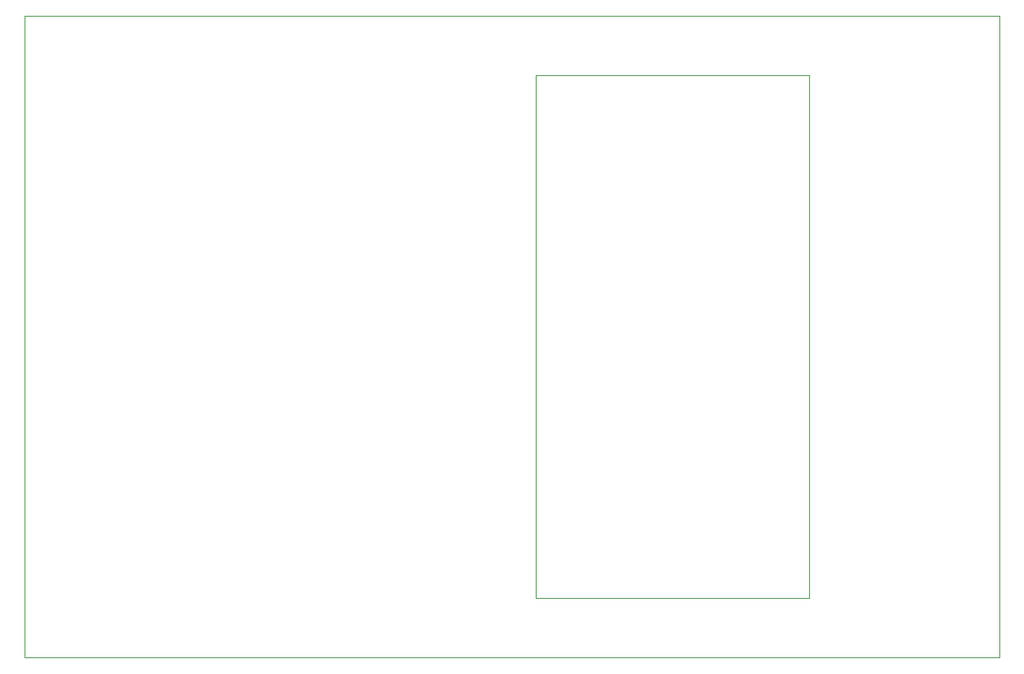
<source format=gbr>
G04 #@! TF.GenerationSoftware,KiCad,Pcbnew,(5.1.0-0)*
G04 #@! TF.CreationDate,2021-05-05T21:59:45-07:00*
G04 #@! TF.ProjectId,voltage_preamp,766f6c74-6167-4655-9f70-7265616d702e,rev?*
G04 #@! TF.SameCoordinates,Original*
G04 #@! TF.FileFunction,Profile,NP*
%FSLAX46Y46*%
G04 Gerber Fmt 4.6, Leading zero omitted, Abs format (unit mm)*
G04 Created by KiCad (PCBNEW (5.1.0-0)) date 2021-05-05 21:59:45*
%MOMM*%
%LPD*%
G04 APERTURE LIST*
%ADD10C,0.050000*%
G04 APERTURE END LIST*
D10*
X163830000Y-171450000D02*
X163830000Y-115570000D01*
X193040000Y-171450000D02*
X163830000Y-171450000D01*
X193040000Y-115570000D02*
X193040000Y-171450000D01*
X163830000Y-115570000D02*
X193040000Y-115570000D01*
X213360000Y-109220000D02*
X109220000Y-109220000D01*
X213360000Y-177800000D02*
X213360000Y-109220000D01*
X109220000Y-177800000D02*
X213360000Y-177800000D01*
X109220000Y-109220000D02*
X109220000Y-177800000D01*
M02*

</source>
